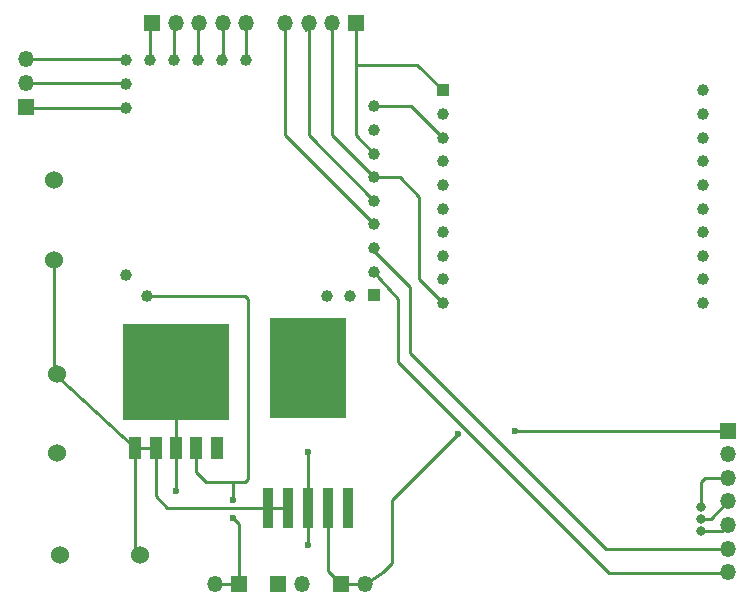
<source format=gbr>
G04 #@! TF.FileFunction,Copper,L1,Top,Signal*
%FSLAX46Y46*%
G04 Gerber Fmt 4.6, Leading zero omitted, Abs format (unit mm)*
G04 Created by KiCad (PCBNEW 4.0.7-e2-6376~58~ubuntu16.04.1) date Thu Jun 21 09:26:38 2018*
%MOMM*%
%LPD*%
G01*
G04 APERTURE LIST*
%ADD10C,0.100000*%
%ADD11C,1.524000*%
%ADD12R,1.008000X1.008000*%
%ADD13C,1.008000*%
%ADD14C,0.800000*%
%ADD15R,1.350000X1.350000*%
%ADD16O,1.350000X1.350000*%
%ADD17R,0.965200X3.505200*%
%ADD18R,6.553200X8.458200*%
%ADD19R,1.060000X1.920000*%
%ADD20R,9.090000X8.120000*%
%ADD21C,0.600000*%
%ADD22C,0.250000*%
G04 APERTURE END LIST*
D10*
D11*
X106553000Y-85725000D03*
X106553000Y-92456000D03*
D12*
X133620000Y-95478000D03*
D13*
X133620000Y-93478000D03*
X133620000Y-91478000D03*
X133620000Y-89478000D03*
X133620000Y-87478000D03*
X133620000Y-85478000D03*
X133620000Y-83478000D03*
X133620000Y-81478000D03*
X133620000Y-79478000D03*
X131572000Y-95504000D03*
X129667000Y-95504000D03*
X112649000Y-75565000D03*
X112649000Y-77597000D03*
X112649000Y-79629000D03*
X114681000Y-75565000D03*
X116713000Y-75565000D03*
X118745000Y-75565000D03*
X120777000Y-75565000D03*
X122809000Y-75565000D03*
X114427000Y-95504000D03*
X112649000Y-93726000D03*
D14*
X161290000Y-113385600D03*
X161290000Y-114401600D03*
X161290000Y-115417600D03*
D11*
X106807000Y-108839000D03*
X106807000Y-102108000D03*
D15*
X132080000Y-72390000D03*
D16*
X130080000Y-72390000D03*
X128080000Y-72390000D03*
X126080000Y-72390000D03*
D15*
X122174000Y-119888000D03*
D16*
X120174000Y-119888000D03*
D15*
X125476000Y-119888000D03*
D16*
X127476000Y-119888000D03*
D15*
X130810000Y-119888000D03*
D16*
X132810000Y-119888000D03*
D11*
X107061000Y-117475000D03*
X113792000Y-117475000D03*
D15*
X163576000Y-106934000D03*
D16*
X163576000Y-108934000D03*
X163576000Y-110934000D03*
X163576000Y-112934000D03*
X163576000Y-114934000D03*
X163576000Y-116934000D03*
X163576000Y-118934000D03*
D12*
X139446000Y-78130400D03*
D13*
X139430000Y-80131000D03*
X139430000Y-82131000D03*
X139430000Y-84131000D03*
X139430000Y-86131000D03*
X139430000Y-88131000D03*
X139430000Y-90131000D03*
X139430000Y-92131000D03*
X139430000Y-94131000D03*
X139430000Y-96131000D03*
X161442400Y-78079600D03*
X161430000Y-80131000D03*
X161430000Y-82131000D03*
X161430000Y-84131000D03*
X161430000Y-86131000D03*
X161430000Y-88131000D03*
X161430000Y-90131000D03*
X161430000Y-92131000D03*
X161430000Y-94131000D03*
X161430000Y-96131000D03*
D17*
X124612400Y-113449100D03*
X126314200Y-113449100D03*
X128016000Y-113449100D03*
X129717800Y-113449100D03*
X131419600Y-113449100D03*
D18*
X128016000Y-101650800D03*
D19*
X113400000Y-108372000D03*
X115120000Y-108372000D03*
X116840000Y-108372000D03*
X118560000Y-108372000D03*
X120280000Y-108372000D03*
D20*
X116840000Y-101992000D03*
D15*
X104140000Y-79502000D03*
D16*
X104140000Y-77502000D03*
X104140000Y-75502000D03*
D15*
X114808000Y-72390000D03*
D16*
X116808000Y-72390000D03*
X118808000Y-72390000D03*
X120808000Y-72390000D03*
X122808000Y-72390000D03*
D21*
X121666000Y-114300000D03*
X121666000Y-112776000D03*
X128016000Y-108712000D03*
X128016000Y-116586000D03*
X116840000Y-112014000D03*
X140716000Y-107188000D03*
X145542000Y-106934000D03*
D22*
X133620000Y-93478000D02*
X133356000Y-93224000D01*
X153542000Y-118998000D02*
X163322000Y-118998000D01*
X135636000Y-101092000D02*
X153542000Y-118998000D01*
X135636000Y-95758000D02*
X135636000Y-101092000D01*
X133356000Y-93224000D02*
X135636000Y-95758000D01*
X133620000Y-91478000D02*
X133620000Y-91710000D01*
X133620000Y-91710000D02*
X136652000Y-94742000D01*
X136652000Y-94742000D02*
X136652000Y-100330000D01*
X136652000Y-100330000D02*
X153256000Y-116934000D01*
X153256000Y-116934000D02*
X163576000Y-116934000D01*
X126080000Y-72390000D02*
X126080000Y-81938000D01*
X126080000Y-81938000D02*
X133620000Y-89478000D01*
X125857000Y-72963000D02*
X125792000Y-72898000D01*
X128080000Y-72390000D02*
X128080000Y-81938000D01*
X128080000Y-81938000D02*
X133620000Y-87478000D01*
X127889000Y-72995000D02*
X127792000Y-72898000D01*
X133620000Y-85478000D02*
X135770000Y-85478000D01*
X137414000Y-94115000D02*
X139430000Y-96131000D01*
X137414000Y-87122000D02*
X137414000Y-94115000D01*
X135770000Y-85478000D02*
X137414000Y-87122000D01*
X130080000Y-72390000D02*
X130080000Y-81938000D01*
X130080000Y-81938000D02*
X133620000Y-85478000D01*
X132080000Y-75946000D02*
X137261600Y-75946000D01*
X137261600Y-75946000D02*
X139446000Y-78130400D01*
X132080000Y-72390000D02*
X132080000Y-75946000D01*
X132080000Y-75946000D02*
X132080000Y-76708000D01*
X132080000Y-76708000D02*
X132080000Y-81938000D01*
X132080000Y-81938000D02*
X133620000Y-83478000D01*
X133620000Y-81478000D02*
X133660000Y-81478000D01*
X133620000Y-79478000D02*
X136777000Y-79478000D01*
X136777000Y-79478000D02*
X139430000Y-82131000D01*
X133620000Y-79478000D02*
X133620000Y-79232000D01*
X104140000Y-75502000D02*
X112586000Y-75502000D01*
X112586000Y-75502000D02*
X112649000Y-75565000D01*
X104140000Y-77502000D02*
X112554000Y-77502000D01*
X112554000Y-77502000D02*
X112649000Y-77597000D01*
X104140000Y-79502000D02*
X104140000Y-79502000D01*
X104267000Y-79629000D02*
X112649000Y-79629000D01*
X104140000Y-79502000D02*
X104267000Y-79629000D01*
X114681000Y-75565000D02*
X114681000Y-72929000D01*
X114681000Y-72929000D02*
X114712000Y-72898000D01*
X116713000Y-75565000D02*
X116713000Y-72899000D01*
X116713000Y-72899000D02*
X116712000Y-72898000D01*
X118745000Y-75565000D02*
X118745000Y-72931000D01*
X118745000Y-72931000D02*
X118712000Y-72898000D01*
X120808000Y-72390000D02*
X120808000Y-75534000D01*
X120808000Y-75534000D02*
X120777000Y-75565000D01*
X122808000Y-72390000D02*
X122808000Y-75564000D01*
X122808000Y-75564000D02*
X122809000Y-75565000D01*
X121666000Y-111252000D02*
X121666000Y-112776000D01*
X121666000Y-114300000D02*
X122174000Y-114808000D01*
X120174000Y-119888000D02*
X122174000Y-119888000D01*
X122174000Y-114808000D02*
X122174000Y-119888000D01*
X114427000Y-95504000D02*
X122682000Y-95504000D01*
X118560000Y-110432000D02*
X118560000Y-108372000D01*
X119380000Y-111252000D02*
X118560000Y-110432000D01*
X122682000Y-111252000D02*
X121666000Y-111252000D01*
X121666000Y-111252000D02*
X119380000Y-111252000D01*
X122936000Y-110998000D02*
X122682000Y-111252000D01*
X122936000Y-95758000D02*
X122936000Y-110998000D01*
X122682000Y-95504000D02*
X122936000Y-95758000D01*
X128016000Y-113449100D02*
X128016000Y-116586000D01*
X128016000Y-108712000D02*
X128016000Y-113449100D01*
X116840000Y-108372000D02*
X116840000Y-112014000D01*
X116840000Y-108372000D02*
X116840000Y-101992000D01*
X106553000Y-92456000D02*
X106553000Y-101854000D01*
X106553000Y-101854000D02*
X106807000Y-102108000D01*
X124612400Y-113449100D02*
X126314200Y-113449100D01*
X115120000Y-108372000D02*
X115120000Y-112464000D01*
X116105100Y-113449100D02*
X124612400Y-113449100D01*
X115120000Y-112464000D02*
X116105100Y-113449100D01*
X113400000Y-108372000D02*
X115120000Y-108372000D01*
X113400000Y-108372000D02*
X113400000Y-117083000D01*
X113400000Y-117083000D02*
X113792000Y-117475000D01*
X106807000Y-102108000D02*
X106807000Y-102287000D01*
X106807000Y-102287000D02*
X113400000Y-108372000D01*
X161290000Y-113385600D02*
X161290000Y-111252000D01*
X161608000Y-110934000D02*
X163576000Y-110934000D01*
X161290000Y-111252000D02*
X161608000Y-110934000D01*
X135128000Y-118110000D02*
X134366000Y-118872000D01*
X135128000Y-112776000D02*
X135128000Y-118110000D01*
X140716000Y-107188000D02*
X135128000Y-112776000D01*
X129717800Y-113449100D02*
X129717800Y-118795800D01*
X129717800Y-118795800D02*
X130810000Y-119888000D01*
X163576000Y-106934000D02*
X145542000Y-106934000D01*
X134366000Y-118872000D02*
X132810000Y-119888000D01*
X130987800Y-119710200D02*
X130810000Y-119888000D01*
X130810000Y-119888000D02*
X132810000Y-119888000D01*
X161290000Y-114401600D02*
X162108400Y-114401600D01*
X162108400Y-114401600D02*
X163576000Y-112934000D01*
X161290000Y-115417600D02*
X163092400Y-115417600D01*
X163092400Y-115417600D02*
X163576000Y-114934000D01*
M02*

</source>
